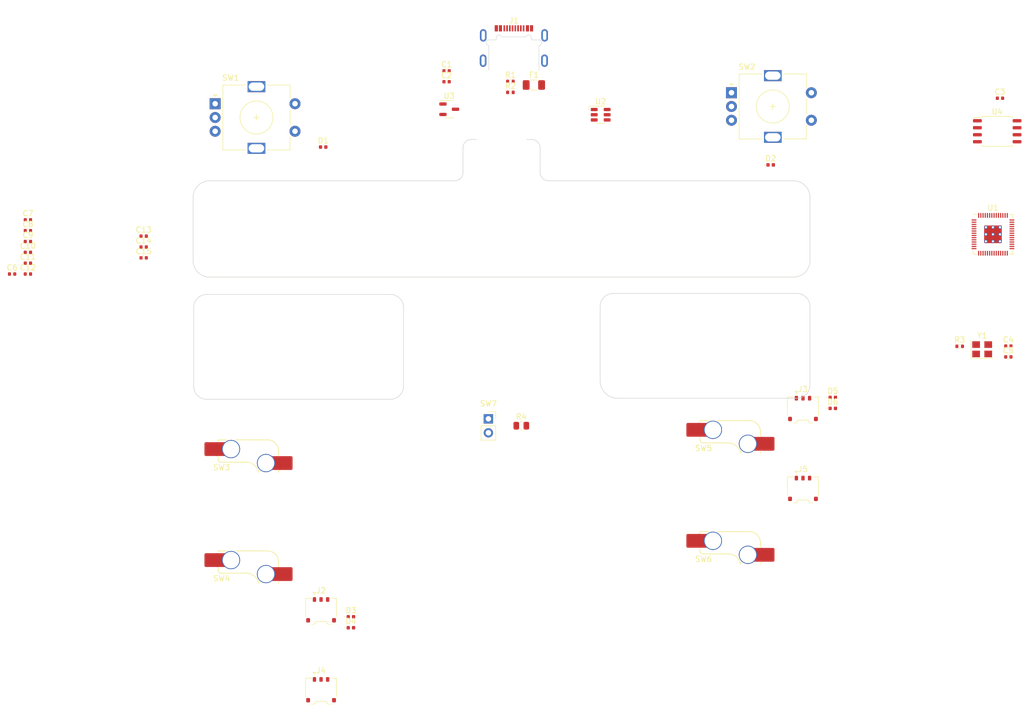
<source format=kicad_pcb>
(kicad_pcb (version 20221018) (generator pcbnew)
  (layers (0 "F.Cu" signal) (31 "B.Cu" signal) (34 "B.Paste" user) (35 "F.Paste" user) (36 "B.SilkS" user "B.Silkscreen") (37 "F.SilkS" user "F.Silkscreen") (38 "B.Mask" user) (39 "F.Mask" user) (44 "Edge.Cuts" user))
  (net 0 "")
  (net 1 "+5V")
  (net 2 "GND")
  (net 3 "+3.3V")
  (net 4 "Net-(U1-XTAL_IN)")
  (net 5 "Net-(C5-Pad2)")
  (net 6 "+1V1")
  (net 7 "/rsw1(0)")
  (net 8 "Net-(D1-A)")
  (net 9 "/rsw0(0)")
  (net 10 "Net-(D2-A)")
  (net 11 "Net-(D3-K)")
  (net 12 "Net-(D3-A)")
  (net 13 "Net-(D4-A)")
  (net 14 "Net-(D5-K)")
  (net 15 "Net-(D5-A)")
  (net 16 "Net-(D6-A)")
  (net 17 "VCC")
  (net 18 "Net-(J1-CC1)")
  (net 19 "/USB_D+")
  (net 20 "/USB_D-")
  (net 22 "Net-(J1-CC2)")
  (net 24 "/col0(0)")
  (net 25 "/col1(0)")
  (net 26 "/row0(0)")
  (net 27 "/row0(1)")
  (net 28 "/col1(1)")
  (net 29 "/col0(1)")
  (net 30 "Net-(J4-Pin_1)")
  (net 31 "Net-(J4-Pin_2)")
  (net 32 "Net-(J5-Pin_2)")
  (net 33 "Net-(U1-XTAL_OUT)")
  (net 34 "/reset")
  (net 35 "/rotA(1)")
  (net 36 "/rotB(1)")
  (net 37 "/rsw1(1)")
  (net 38 "/rotA(0)")
  (net 39 "/rotB(0)")
  (net 40 "/rsw0(1)")
  (net 59 "/SD3")
  (net 60 "/CLK")
  (net 61 "/SD0")
  (net 62 "/SD2")
  (net 63 "/SD1")
  (net 64 "/CS")
  (footprint "Connector_Molex:Molex_Pico-EZmate_78171-0003_1x03-1MP_P1.20mm_Vertical" (layer "F.Cu") (at 205.73 121.377106)
    (fp_text reference "J3" (at 0 -3.5) (layer "F.SilkS"))
    (fp_text value "Pico Ezmate")
    (pad "1" smd roundrect (at -1.2 -1.875) (size 0.6 0.85) (layers "F.Cu" "F.Paste" "F.Mask") (net 27 "/row0(1)"))
    (pad "2" smd roundrect (at 0 -1.875) (size 0.6 0.85) (layers "F.Cu" "F.Paste" "F.Mask") (net 28 "/col1(1)"))
    (pad "3" smd roundrect (at 1.2 -1.875) (size 0.6 0.85) (layers "F.Cu" "F.Paste" "F.Mask") (net 29 "/col0(1)"))
    (pad "MP" smd roundrect (at -2.35 1.9) (size 0.7 0.8) (layers "F.Cu" "F.Paste" "F.Mask"))
    (pad "MP" smd roundrect (at 2.35 1.9) (size 0.7 0.8) (layers "F.Cu" "F.Paste" "F.Mask"))
  )
  (footprint "Diode_SMD:D_0402_1005Metric" (layer "F.Cu") (at 123.645 159.22)
    (fp_text reference "D3" (at 0 -1.17) (layer "F.SilkS"))
    (fp_text value "D_Small")
    (pad "1" smd roundrect (at -0.485 0) (size 0.59 0.64) (layers "F.Cu" "F.Paste" "F.Mask") (net 11 "Net-(D3-K)"))
    (pad "2" smd roundrect (at 0.485 0) (size 0.59 0.64) (layers "F.Cu" "F.Paste" "F.Mask") (net 12 "Net-(D3-A)"))
  )
  (footprint "Resistor_SMD:R_0402_1005Metric" (layer "F.Cu") (at 152.61 61.945)
    (fp_text reference "R1" (at 0 -1.17) (layer "F.SilkS"))
    (fp_text value "5.1k")
    (pad "1" smd roundrect (at -0.51 0) (size 0.54 0.64) (layers "F.Cu" "F.Paste" "F.Mask") (net 2 "GND"))
    (pad "2" smd roundrect (at 0.51 0) (size 0.54 0.64) (layers "F.Cu" "F.Paste" "F.Mask") (net 18 "Net-(J1-CC1)"))
  )
  (footprint "marbastlib-mx:SW_MX_HS_1u" (layer "F.Cu") (at 191.92 130.33)
    (fp_text reference "SW5" (at -4.25 -1.75) (layer "F.SilkS"))
    (fp_text value "MX_SW_HS" hide)
    (pad "" np_thru_hole circle (at -5.08 0) (size 1.75 1.75) (drill 1.75) (layers "*.Cu" "*.Mask"))
    (pad "" np_thru_hole circle (at 0 0) (size 3.9878 3.9878) (drill 3.9878) (layers "*.Cu" "*.Mask"))
    (pad "" np_thru_hole circle (at 5.08 0) (size 1.75 1.75) (drill 1.75) (layers "*.Cu" "*.Mask"))
    (pad "1" thru_hole circle (at 3.81 -2.54) (size 3.3 3.3) (drill 3) (layers "*.Cu" "*.Mask") (net 15 "Net-(D5-A)"))
    (pad "1" smd rect (at 5.635 -2.54 180) (size 1.65 2.5) (layers "F.Cu") (net 15 "Net-(D5-A)"))
    (pad "1" smd roundrect (at 7.36 -2.54) (size 2.55 2.5) (layers "F.Cu" "F.Paste" "F.Mask") (roundrect_rratio 0.1) (net 15 "Net-(D5-A)"))
    (pad "2" smd roundrect (at -6.09 -5.08) (size 2.55 2.5) (layers "F.Cu" "F.Paste" "F.Mask") (roundrect_rratio 0.1) (net 15 "Net-(D5-A)"))
    (pad "2" smd rect (at -4.34 -5.08) (size 1.65 2.5) (layers "F.Cu") (net 15 "Net-(D5-A)"))
    (pad "2" thru_hole circle (at -2.54 -5.08) (size 3.3 3.3) (drill 3) (layers "*.Cu" "*.Mask") (net 15 "Net-(D5-A)"))
  )
  (footprint "Capacitor_SMD:C_0402_1005Metric" (layer "F.Cu") (at 65 94.97)
    (fp_text reference "C11" (at 0 -1.16) (layer "F.SilkS"))
    (fp_text value "0.1uF")
    (pad "1" smd roundrect (at -0.48 0) (size 0.56 0.62) (layers "F.Cu" "F.Paste" "F.Mask") (net 3 "+3.3V"))
    (pad "2" smd roundrect (at 0.48 0) (size 0.56 0.62) (layers "F.Cu" "F.Paste" "F.Mask") (net 2 "GND"))
  )
  (footprint "Connector_Molex:Molex_Pico-EZmate_78171-0003_1x03-1MP_P1.20mm_Vertical" (layer "F.Cu") (at 118.23 172.475659)
    (fp_text reference "J4" (at 0 -3.5) (layer "F.SilkS"))
    (fp_text value "Pico Ezmate")
    (pad "1" smd roundrect (at -1.2 -1.875) (size 0.6 0.85) (layers "F.Cu" "F.Paste" "F.Mask") (net 30 "Net-(J4-Pin_1)"))
    (pad "2" smd roundrect (at 0 -1.875) (size 0.6 0.85) (layers "F.Cu" "F.Paste" "F.Mask") (net 31 "Net-(J4-Pin_2)"))
    (pad "3" smd roundrect (at 1.2 -1.875) (size 0.6 0.85) (layers "F.Cu" "F.Paste" "F.Mask") (net 11 "Net-(D3-K)"))
    (pad "MP" smd roundrect (at -2.35 1.9) (size 0.7 0.8) (layers "F.Cu" "F.Paste" "F.Mask"))
    (pad "MP" smd roundrect (at 2.35 1.9) (size 0.7 0.8) (layers "F.Cu" "F.Paste" "F.Mask"))
  )
  (footprint "Capacitor_SMD:C_0402_1005Metric" (layer "F.Cu") (at 65 91.03)
    (fp_text reference "C9" (at 0 -1.16) (layer "F.SilkS"))
    (fp_text value "0.1uF")
    (pad "1" smd roundrect (at -0.48 0) (size 0.56 0.62) (layers "F.Cu" "F.Paste" "F.Mask") (net 3 "+3.3V"))
    (pad "2" smd roundrect (at 0.48 0) (size 0.56 0.62) (layers "F.Cu" "F.Paste" "F.Mask") (net 2 "GND"))
  )
  (footprint "Capacitor_SMD:C_0402_1005Metric" (layer "F.Cu") (at 62.13 96.94)
    (fp_text reference "C6" (at 0 -1.16) (layer "F.SilkS"))
    (fp_text value "0.1uF")
    (pad "1" smd roundrect (at -0.48 0) (size 0.56 0.62) (layers "F.Cu" "F.Paste" "F.Mask") (net 3 "+3.3V"))
    (pad "2" smd roundrect (at 0.48 0) (size 0.56 0.62) (layers "F.Cu" "F.Paste" "F.Mask") (net 2 "GND"))
  )
  (footprint "Rotary_Encoder:RotaryEncoder_Alps_EC11E-Switch_Vertical_H20mm" (layer "F.Cu") (at 99 66)
    (fp_text reference "SW1" (at 2.8 -4.7) (layer "F.SilkS"))
    (fp_text value "EC11E18244A5")
    (pad "A" thru_hole rect (at 0 0) (size 2 2) (drill 1) (layers "*.Cu" "*.Mask") (net 35 "/rotA(1)"))
    (pad "B" thru_hole circle (at 0 5) (size 2 2) (drill 1) (layers "*.Cu" "*.Mask") (net 36 "/rotB(1)"))
    (pad "C" thru_hole circle (at 0 2.5) (size 2 2) (drill 1) (layers "*.Cu" "*.Mask") (net 2 "GND"))
    (pad "MP" thru_hole rect (at 7.5 -3.1) (size 3.2 2) (drill oval 2.8 1.5) (layers "*.Cu" "*.Mask"))
    (pad "MP" thru_hole rect (at 7.5 8.1) (size 3.2 2) (drill oval 2.8 1.5) (layers "*.Cu" "*.Mask"))
    (pad "S1" thru_hole circle (at 14.5 5) (size 2 2) (drill 1) (layers "*.Cu" "*.Mask") (net 8 "Net-(D1-A)"))
    (pad "S2" thru_hole circle (at 14.5 0) (size 2 2) (drill 1) (layers "*.Cu" "*.Mask") (net 37 "/rsw1(1)"))
  )
  (footprint "Capacitor_SMD:C_0402_1005Metric" (layer "F.Cu") (at 65 89.06)
    (fp_text reference "C8" (at 0 -1.16) (layer "F.SilkS"))
    (fp_text value "0.1uF")
    (pad "1" smd roundrect (at -0.48 0) (size 0.56 0.62) (layers "F.Cu" "F.Paste" "F.Mask") (net 3 "+3.3V"))
    (pad "2" smd roundrect (at 0.48 0) (size 0.56 0.62) (layers "F.Cu" "F.Paste" "F.Mask") (net 2 "GND"))
  )
  (footprint "Rotary_Encoder:RotaryEncoder_Alps_EC11E-Switch_Vertical_H20mm" (layer "F.Cu") (at 192.75 64)
    (fp_text reference "SW2" (at 2.8 -4.7) (layer "F.SilkS"))
    (fp_text value "EC11E18244A5")
    (pad "A" thru_hole rect (at 0 0) (size 2 2) (drill 1) (layers "*.Cu" "*.Mask") (net 38 "/rotA(0)"))
    (pad "B" thru_hole circle (at 0 5) (size 2 2) (drill 1) (layers "*.Cu" "*.Mask") (net 39 "/rotB(0)"))
    (pad "C" thru_hole circle (at 0 2.5) (size 2 2) (drill 1) (layers "*.Cu" "*.Mask") (net 2 "GND"))
    (pad "MP" thru_hole rect (at 7.5 -3.1) (size 3.2 2) (drill oval 2.8 1.5) (layers "*.Cu" "*.Mask"))
    (pad "MP" thru_hole rect (at 7.5 8.1) (size 3.2 2) (drill oval 2.8 1.5) (layers "*.Cu" "*.Mask"))
    (pad "S1" thru_hole circle (at 14.5 5) (size 2 2) (drill 1) (layers "*.Cu" "*.Mask") (net 10 "Net-(D2-A)"))
    (pad "S2" thru_hole circle (at 14.5 0) (size 2 2) (drill 1) (layers "*.Cu" "*.Mask") (net 40 "/rsw0(1)"))
  )
  (footprint "Capacitor_SMD:C_0402_1005Metric" (layer "F.Cu") (at 141.02 62)
    (fp_text reference "C2" (at 0 -1.16) (layer "F.SilkS"))
    (fp_text value "14uF")
    (pad "1" smd roundrect (at -0.48 0) (size 0.56 0.62) (layers "F.Cu" "F.Paste" "F.Mask") (net 3 "+3.3V"))
    (pad "2" smd roundrect (at 0.48 0) (size 0.56 0.62) (layers "F.Cu" "F.Paste" "F.Mask") (net 2 "GND"))
  )
  (footprint "Capacitor_SMD:C_0402_1005Metric" (layer "F.Cu") (at 243.02 110.03)
    (fp_text reference "C4" (at 0 -1.16) (layer "F.SilkS"))
    (fp_text value "22pF")
    (pad "1" smd roundrect (at -0.48 0) (size 0.56 0.62) (layers "F.Cu" "F.Paste" "F.Mask") (net 2 "GND"))
    (pad "2" smd roundrect (at 0.48 0) (size 0.56 0.62) (layers "F.Cu" "F.Paste" "F.Mask") (net 4 "Net-(U1-XTAL_IN)"))
  )
  (footprint "Capacitor_SMD:C_0402_1005Metric" (layer "F.Cu") (at 86.02 90.06)
    (fp_text reference "C13" (at 0 -1.16) (layer "F.SilkS"))
    (fp_text value "0.1uF")
    (pad "1" smd roundrect (at -0.48 0) (size 0.56 0.62) (layers "F.Cu" "F.Paste" "F.Mask") (net 6 "+1V1"))
    (pad "2" smd roundrect (at 0.48 0) (size 0.56 0.62) (layers "F.Cu" "F.Paste" "F.Mask") (net 2 "GND"))
  )
  (footprint "Footprints:RP2040-QFN-56" (layer "F.Cu") (at 240.225 89.725)
    (fp_text reference "U1" (at 0 -4.82) (layer "F.SilkS"))
    (fp_text value "RP2040")
    (pad "1" smd roundrect (at -3.4375 -2.6) (size 0.875 0.2) (layers "F.Cu" "F.Paste" "F.Mask") (net 3 "+3.3V"))
    (pad "2" smd roundrect (at -3.4375 -2.2) (size 0.875 0.2) (layers "F.Cu" "F.Paste" "F.Mask") (net 24 "/col0(0)"))
    (pad "3" smd roundrect (at -3.4375 -1.8) (size 0.875 0.2) (layers "F.Cu" "F.Paste" "F.Mask") (net 25 "/col1(0)"))
    (pad "4" smd roundrect (at -3.4375 -1.4) (size 0.875 0.2) (layers "F.Cu" "F.Paste" "F.Mask") (net 26 "/row0(0)"))
    (pad "5" smd roundrect (at -3.4375 -1) (size 0.875 0.2) (layers "F.Cu" "F.Paste" "F.Mask") (net 29 "/col0(1)"))
    (pad "6" smd roundrect (at -3.4375 -0.6) (size 0.875 0.2) (layers "F.Cu" "F.Paste" "F.Mask") (net 28 "/col1(1)"))
    (pad "7" smd roundrect (at -3.4375 -0.2) (size 0.875 0.2) (layers "F.Cu" "F.Paste" "F.Mask") (net 27 "/row0(1)"))
    (pad "8" smd roundrect (at -3.4375 0.2) (size 0.875 0.2) (layers "F.Cu" "F.Paste" "F.Mask") (net 39 "/rotB(0)"))
    (pad "9" smd roundrect (at -3.4375 0.6) (size 0.875 0.2) (layers "F.Cu" "F.Paste" "F.Mask") (net 38 "/rotA(0)"))
    (pad "10" smd roundrect (at -3.4375 1) (size 0.875 0.2) (layers "F.Cu" "F.Paste" "F.Mask") (net 3 "+3.3V"))
    (pad "11" smd roundrect (at -3.4375 1.4) (size 0.875 0.2) (layers "F.Cu" "F.Paste" "F.Mask") (net 36 "/rotB(1)"))
    (pad "12" smd roundrect (at -3.4375 1.8) (size 0.875 0.2) (layers "F.Cu" "F.Paste" "F.Mask") (net 35 "/rotA(1)"))
    (pad "13" smd roundrect (at -3.4375 2.2) (size 0.875 0.2) (layers "F.Cu" "F.Paste" "F.Mask") (net 7 "/rsw1(0)"))
    (pad "14" smd roundrect (at -3.4375 2.6) (size 0.875 0.2) (layers "F.Cu" "F.Paste" "F.Mask") (net 9 "/rsw0(0)"))
    (pad "15" smd roundrect (at -2.6 3.4375) (size 0.2 0.875) (layers "F.Cu" "F.Paste" "F.Mask") (net 37 "/rsw1(1)"))
    (pad "16" smd roundrect (at -2.2 3.4375) (size 0.2 0.875) (layers "F.Cu" "F.Paste" "F.Mask") (net 40 "/rsw0(1)"))
    (pad "17" smd roundrect (at -1.8 3.4375) (size 0.2 0.875) (layers "F.Cu" "F.Paste" "F.Mask"))
    (pad "18" smd roundrect (at -1.4 3.4375) (size 0.2 0.875) (layers "F.Cu" "F.Paste" "F.Mask"))
    (pad "19" smd roundrect (at -1 3.4375) (size 0.2 0.875) (layers "F.Cu" "F.Paste" "F.Mask") (net 2 "GND"))
    (pad "20" smd roundrect (at -0.6 3.4375) (size 0.2 0.875) (layers "F.Cu" "F.Paste" "F.Mask") (net 4 "Net-(U1-XTAL_IN)"))
    (pad "21" smd roundrect (at -0.2 3.4375) (size 0.2 0.875) (layers "F.Cu" "F.Paste" "F.Mask") (net 33 "Net-(U1-XTAL_OUT)"))
    (pad "22" smd roundrect (at 0.2 3.4375) (size 0.2 0.875) (layers "F.Cu" "F.Paste" "F.Mask") (net 3 "+3.3V"))
    (pad "23" smd roundrect (at 0.6 3.4375) (size 0.2 0.875) (layers "F.Cu" "F.Paste" "F.Mask") (net 6 "+1V1"))
    (pad "24" smd roundrect (at 1 3.4375) (size 0.2 0.875) (layers "F.Cu" "F.Paste" "F.Mask"))
    (pad "25" smd roundrect (at 1.4 3.4375) (size 0.2 0.875) (layers "F.Cu" "F.Paste" "F.Mask"))
    (pad "26" smd roundrect (at 1.8 3.4375) (size 0.2 0.875) (layers "F.Cu" "F.Paste" "F.Mask") (net 34 "/reset"))
    (pad "27" smd roundrect (at 2.2 3.4375) (size 0.2 0.875) (layers "F.Cu" "F.Paste" "F.Mask"))
    (pad "28" smd roundrect (at 2.6 3.4375) (size 0.2 0.875) (layers "F.Cu" "F.Paste" "F.Mask"))
    (pad "29" smd roundrect (at 3.4375 2.6) (size 0.875 0.2) (layers "F.Cu" "F.Paste" "F.Mask"))
    (pad "30" smd roundrect (at 3.4375 2.2) (size 0.875 0.2) (layers "F.Cu" "F.Paste" "F.Mask"))
    (pad "31" smd roundrect (at 3.4375 1.8) (size 0.875 0.2) (layers "F.Cu" "F.Paste" "F.Mask"))
    (pad "32" smd roundrect (at 3.4375 1.4) (size 0.875 0.2) (layers "F.Cu" "F.Paste" "F.Mask"))
    (pad "33" smd roundrect (at 3.4375 1) (size 0.875 0.2) (layers "F.Cu" "F.Paste" "F.Mask") (net 3 "+3.3V"))
    (pad "34" smd roundrect (at 3.4375 0.6) (size 0.875 0.2) (layers "F.Cu" "F.Paste" "F.Mask"))
    (pad "35" smd roundrect (at 3.4375 0.2) (size 0.875 0.2) (layers "F.Cu" "F.Paste" "F.Mask"))
    (pad "36" smd roundrect (at 3.4375 -0.2) (size 0.875 0.2) (layers "F.Cu" "F.Paste" "F.Mask"))
    (pad "37" smd roundrect (at 3.4375 -0.6) (size 0.875 0.2) (layers "F.Cu" "F.Paste" "F.Mask"))
    (pad "38" smd roundrect (at 3.4375 -1) (size 0.875 0.2) (layers "F.Cu" "F.Paste" "F.Mask"))
    (pad "39" smd roundrect (at 3.4375 -1.4) (size 0.875 0.2) (layers "F.Cu" "F.Paste" "F.Mask"))
    (pad "40" smd roundrect (at 3.4375 -1.8) (size 0.875 0.2) (layers "F.Cu" "F.Paste" "F.Mask"))
    (pad "41" smd roundrect (at 3.4375 -2.2) (size 0.875 0.2) (layers "F.Cu" "F.Paste" "F.Mask"))
    (pad "42" smd roundrect (at 3.4375 -2.6) (size 0.875 0.2) (layers "F.Cu" "F.Paste" "F.Mask") (net 3 "+3.3V"))
    (pad "43" smd roundrect (at 2.6 -3.4375) (size 0.2 0.875) (layers "F.Cu" "F.Paste" "F.Mask") (net 3 "+3.3V"))
    (pad "44" smd roundrect (at 2.2 -3.4375) (size 0.2 0.875) (layers "F.Cu" "F.Paste" "F.Mask") (net 3 "+3.3V"))
    (pad "45" smd roundrect (at 1.8 -3.4375) (size 0.2 0.875) (layers "F.Cu" "F.Paste" "F.Mask") (net 6 "+1V1"))
    (pad "46" smd roundrect (at 1.4 -3.4375) (size 0.2 0.875) (layers "F.Cu" "F.Paste" "F.Mask") (net 20 "/USB_D-"))
    (pad "47" smd roundrect (at 1 -3.4375) (size 0.2 0.875) (layers "F.Cu" "F.Paste" "F.Mask") (net 19 "/USB_D+"))
    (pad "48" smd roundrect (at 0.6 -3.4375) (size 0.2 0.875) (layers "F.Cu" "F.Paste" "F.Mask") (net 3 "+3.3V"))
    (pad "49" smd roundrect (at 0.2 -3.4375) (size 0.2 0.875) (layers "F.Cu" "F.Paste" "F.Mask") (net 3 "+3.3V"))
    (pad "50" smd roundrect (at -0.2 -3.4375) (size 0.2 0.875) (layers "F.Cu" "F.Paste" "F.Mask") (net 6 "+1V1"))
    (pad "51" smd roundrect (at -0.6 -3.4375) (size 0.2 0.875) (layers "F.Cu" "F.Paste" "F.Mask") (net 59 "/SD3"))
    (pad "52" smd roundrect (at -1 -3.4375) (size 0.2 0.875) (layers "F.Cu" "F.Paste" "F.Mask") (net 60 "/CLK"))
    (pad "53" smd roundrect (at -1.4 -3.4375) (size 0.2 0.875) (layers "F.Cu" "F.Paste" "F.Mask") (net 61 "/SD0"))
    (pad "54" smd roundrect (at -1.8 -3.4375) (size 0.2 0.875) (layers "F.Cu" "F.Paste" "F.Mask") (net 62 "/SD2"))
    (pad "55" smd roundrect (at -2.2 -3.4375) (size 0.2 0.875) (layers "F.Cu" "F.Paste" "F.Mask") (net 63 "/SD1"))
    (pad "56" smd roundrect (at -2.6 -3.4375) (size 0.2 0.875) (layers "F.Cu" "F.Paste" "F.Mask") (net 64 "/CS"))
    (pad "57" thru_hole circle (at -1.275 -1.275) (size 0.6 0.6) (drill 0.35) (layers "*.Cu") (net 2 "GND"))
    (pad "57" thru_hole circle (at -1.275 0) (size 0.6 0.6) (drill 0.35) (layers "*.Cu") (net 2 "GND"))
    (pad "57" thru_hole circle (at -1.275 1.275) (size 0.6 0.6) (drill 0.35) (layers "*.Cu") (net 2 "GND"))
    (pad "57" thru_hole circle (at 0 -1.275) (size 0.6 0.6) (drill 0.35) (layers "*.Cu") (net 2 "GND"))
    (pad "57" thru_hole circle (at 0 0) (size 0.6 0.6) (drill 0.35) (layers "*.Cu") (net 2 "GND"))
    (pad "57" smd roundrect (at 0 0) (size 3.2 3.2) (layers "F.Cu" "F.Mask") (roundrect_rratio 0.045) (net 2 "GND"))
    (pad "57" thru_hole circle (at 0 1.275) (size 0.6 0.6) (drill 0.35) (layers "*.Cu") (net 2 "GND"))
    (pad "57" thru_hole circle (at 1.275 -1.275) (size 0.6 0.6) (drill 0.35) (layers "*.Cu") (net 2 "GND"))
    (pad "57" thru_hole circle (at 1.275 0) (size 0.6 0.6) (drill 0.35) (layers "*.Cu") (net 2 "GND"))
    (pad "57" thru_hole circle (at 1.275 1.275) (size 0.6 0.6) (drill 0.35) (layers "*.Cu") (net 2 "GND"))
  )
  (footprint "Capacitor_SMD:C_0402_1005Metric" (layer "F.Cu") (at 141.02 60.03)
    (fp_text reference "C1" (at 0 -1.16) (layer "F.SilkS"))
    (fp_text value "13uF")
    (pad "1" smd roundrect (at -0.48 0) (size 0.56 0.62) (layers "F.Cu" "F.Paste" "F.Mask") (net 1 "+5V"))
    (pad "2" smd roundrect (at 0.48 0) (size 0.56 0.62) (layers "F.Cu" "F.Paste" "F.Mask") (net 2 "GND"))
  )
  (footprint "marbastlib-various:SOT-23-6-routable" (layer "F.Cu") (at 169 68)
    (fp_text reference "U2" (at 0 -2.4) (layer "F.SilkS"))
    (fp_text value "SRV05-4")
    (pad "1" smd roundrect (at -1.175 -0.95) (size 1.25 0.6) (layers "F.Cu" "F.Paste" "F.Mask"))
    (pad "2" smd roundrect (at -1.175 0) (size 1.25 0.6) (layers "F.Cu" "F.Paste" "F.Mask") (net 2 "GND"))
    (pad "3" smd roundrect (at -1.175 0.95) (size 1.25 0.6) (layers "F.Cu" "F.Paste" "F.Mask") (net 19 "/USB_D+"))
    (pad "4" smd roundrect (at 1.175 0.95) (size 1.25 0.6) (layers "F.Cu" "F.Paste" "F.Mask") (net 20 "/USB_D-"))
    (pad "5" smd roundrect (at 1.175 0) (size 1.25 0.6) (layers "F.Cu" "F.Paste" "F.Mask") (net 17 "VCC"))
    (pad "6" smd roundrect (at 1.175 -0.95) (size 1.25 0.6) (layers "F.Cu" "F.Paste" "F.Mask"))
  )
  (footprint "Diode_SMD:D_0402_1005Metric" (layer "F.Cu") (at 211.145 121.35)
    (fp_text reference "D6" (at 0 -1.17) (layer "F.SilkS"))
    (fp_text value "D_Small")
    (pad "1" smd roundrect (at -0.485 0) (size 0.59 0.64) (layers "F.Cu" "F.Paste" "F.Mask") (net 14 "Net-(D5-K)"))
    (pad "2" smd roundrect (at 0.485 0) (size 0.59 0.64) (layers "F.Cu" "F.Paste" "F.Mask") (net 16 "Net-(D6-A)"))
  )
  (footprint "Capacitor_SMD:C_0402_1005Metric" (layer "F.Cu") (at 65 96.94)
    (fp_text reference "C12" (at 0 -1.16) (layer "F.SilkS"))
    (fp_text value "2.2uF")
    (pad "1" smd roundrect (at -0.48 0) (size 0.56 0.62) (layers "F.Cu" "F.Paste" "F.Mask") (net 3 "+3.3V"))
    (pad "2" smd roundrect (at 0.48 0) (size 0.56 0.62) (layers "F.Cu" "F.Paste" "F.Mask") (net 2 "GND"))
  )
  (footprint "marbastlib-mx:SW_MX_HS_1u" (layer "F.Cu") (at 191.92 150.5)
    (fp_text reference "SW6" (at -4.25 -1.75) (layer "F.SilkS"))
    (fp_text value "MX_SW_HS" hide)
    (pad "" np_thru_hole circle (at -5.08 0) (size 1.75 1.75) (drill 1.75) (layers "*.Cu" "*.Mask"))
    (pad "" np_thru_hole circle (at 0 0) (size 3.9878 3.9878) (drill 3.9878) (layers "*.Cu" "*.Mask"))
    (pad "" np_thru_hole circle (at 5.08 0) (size 1.75 1.75) (drill 1.75) (layers "*.Cu" "*.Mask"))
    (pad "1" thru_hole circle (at 3.81 -2.54) (size 3.3 3.3) (drill 3) (layers "*.Cu" "*.Mask") (net 16 "Net-(D6-A)"))
    (pad "1" smd rect (at 5.635 -2.54 180) (size 1.65 2.5) (layers "F.Cu") (net 16 "Net-(D6-A)"))
    (pad "1" smd roundrect (at 7.36 -2.54) (size 2.55 2.5) (layers "F.Cu" "F.Paste" "F.Mask") (roundrect_rratio 0.1) (net 16 "Net-(D6-A)"))
    (pad "2" smd roundrect (at -6.09 -5.08) (size 2.55 2.5) (layers "F.Cu" "F.Paste" "F.Mask") (roundrect_rratio 0.1) (net 32 "Net-(J5-Pin_2)"))
    (pad "2" smd rect (at -4.34 -5.08) (size 1.65 2.5) (layers "F.Cu") (net 32 "Net-(J5-Pin_2)"))
    (pad "2" thru_hole circle (at -2.54 -5.08) (size 3.3 3.3) (drill 3) (layers "*.Cu" "*.Mask") (net 32 "Net-(J5-Pin_2)"))
  )
  (footprint "Diode_SMD:D_0402_1005Metric" (layer "F.Cu") (at 118.615 73.87)
    (fp_text reference "D1" (at 0 -1.17) (layer "F.SilkS"))
    (fp_text value "D_Small")
    (pad "1" smd roundrect (at -0.485 0) (size 0.59 0.64) (layers "F.Cu" "F.Paste" "F.Mask") (net 7 "/rsw1(0)"))
    (pad "2" smd roundrect (at 0.485 0) (size 0.59 0.64) (layers "F.Cu" "F.Paste" "F.Mask") (net 8 "Net-(D1-A)"))
  )
  (footprint "Package_SO:SOIC-8_5.23x5.23mm_P1.27mm" (layer "F.Cu") (at 241 71)
    (fp_text reference "U4" (at 0 -3.56) (layer "F.SilkS"))
    (fp_text value "W25Q128JVS")
    (pad "1" smd roundrect (at -3.6 -1.905) (size 1.6 0.6) (layers "F.Cu" "F.Paste" "F.Mask") (net 64 "/CS"))
    (pad "2" smd roundrect (at -3.6 -0.635) (size 1.6 0.6) (layers "F.Cu" "F.Paste" "F.Mask") (net 63 "/SD1"))
    (pad "3" smd roundrect (at -3.6 0.635) (size 1.6 0.6) (layers "F.Cu" "F.Paste" "F.Mask") (net 62 "/SD2"))
    (pad "4" smd roundrect (at -3.6 1.905) (size 1.6 0.6) (layers "F.Cu" "F.Paste" "F.Mask") (net 2 "GND"))
    (pad "5" smd roundrect (at 3.6 1.905) (size 1.6 0.6) (layers "F.Cu" "F.Paste" "F.Mask") (net 61 "/SD0"))
    (pad "6" smd roundrect (at 3.6 0.635) (size 1.6 0.6) (layers "F.Cu" "F.Paste" "F.Mask") (net 60 "/CLK"))
    (pad "7" smd roundrect (at 3.6 -0.635) (size 1.6 0.6) (layers "F.Cu" "F.Paste" "F.Mask") (net 59 "/SD3"))
    (pad "8" smd roundrect (at 3.6 -1.905) (size 1.6 0.6) (layers "F.Cu" "F.Paste" "F.Mask") (net 3 "+3.3V"))
  )
  (footprint "Connector_PinSocket_2.54mm:PinSocket_1x02_P2.54mm_Vertical" (layer "F.Cu") (at 148.6125 123.25)
    (fp_text reference "SW7" (at 0 -2.77) (layer "F.SilkS"))
    (fp_text value "SW_Push")
    (pad "1" thru_hole rect (at 0 0) (size 1.7 1.7) (drill 1) (layers "*.Cu" "*.Mask") (net 34 "/reset"))
    (pad "2" thru_hole oval (at 0 2.54) (size 1.7 1.7) (drill 1) (layers "*.Cu" "*.Mask") (net 2 "GND"))
  )
  (footprint "Package_TO_SOT_SMD:SOT-23-3" (layer "F.Cu") (at 141.5 67)
    (fp_text reference "U3" (at 0 -2.4) (layer "F.SilkS"))
    (fp_text value "XC6206")
    (pad "1" smd roundrect (at -1.1375 -0.95) (size 1.325 0.6) (layers "F.Cu" "F.Paste" "F.Mask") (net 2 "GND"))
    (pad "2" smd roundrect (at -1.1375 0.95) (size 1.325 0.6) (layers "F.Cu" "F.Paste" "F.Mask") (net 3 "+3.3V"))
    (pad "3" smd roundrect (at 1.1375 0) (size 1.325 0.6) (layers "F.Cu" "F.Paste" "F.Mask") (net 1 "+5V"))
  )
  (footprint "Capacitor_SMD:C_0402_1005Metric" (layer "F.Cu") (at 243.02 112)
    (fp_text reference "C5" (at 0 -1.16) (layer "F.SilkS"))
    (fp_text value "22pF")
    (pad "1" smd roundrect (at -0.48 0) (size 0.56 0.62) (layers "F.Cu" "F.Paste" "F.Mask") (net 2 "GND"))
    (pad "2" smd roundrect (at 0.48 0) (size 0.56 0.62) (layers "F.Cu" "F.Paste" "F.Mask") (net 5 "Net-(C5-Pad2)"))
  )
  (footprint "marbastlib-mx:SW_MX_HS_1u" (layer "F.Cu") (at 104.42 154)
    (fp_text reference "SW4" (at -4.25 -1.75) (layer "F.SilkS"))
    (fp_text value "MX_SW_HS" hide)
    (pad "" np_thru_hole circle (at -5.08 0) (size 1.75 1.75) (drill 1.75) (layers "*.Cu" "*.Mask"))
    (pad "" np_thru_hole circle (at 0 0) (size 3.9878 3.9878) (drill 3.9878) (layers "*.Cu" "*.Mask"))
    (pad "" np_thru_hole circle (at 5.08 0) (size 1.75 1.75) (drill 1.75) (layers "*.Cu" "*.Mask"))
    (pad "1" thru_hole circle (at 3.81 -2.54) (size 3.3 3.3) (drill 3) (layers "*.Cu" "*.Mask") (net 13 "Net-(D4-A)"))
    (pad "1" smd rect (at 5.635 -2.54 180) (size 1.65 2.5) (layers "F.Cu") (net 13 "Net-(D4-A)"))
    (pad "1" smd roundrect (at 7.36 -2.54) (size 2.55 2.5) (layers "F.Cu" "F.Paste" "F.Mask") (roundrect_rratio 0.1) (net 13 "Net-(D4-A)"))
    (pad "2" smd roundrect (at -6.09 -5.08) (size 2.55 2.5) (layers "F.Cu" "F.Paste" "F.Mask") (roundrect_rratio 0.1) (net 30 "Net-(J4-Pin_1)"))
    (pad "2" smd rect (at -4.34 -5.08) (size 1.65 2.5) (layers "F.Cu") (net 30 "Net-(J4-Pin_1)"))
    (pad "2" thru_hole circle (at -2.54 -5.08) (size 3.3 3.3) (drill 3) (layers "*.Cu" "*.Mask") (net 30 "Net-(J4-Pin_1)"))
  )
  (footprint "Connector_Molex:Molex_Pico-EZmate_78171-0003_1x03-1MP_P1.20mm_Vertical" (layer "F.Cu") (at 205.73 135.894212)
    (fp_text reference "J5" (at 0 -3.5) (layer "F.SilkS"))
    (fp_text value "Pico Ezmate")
    (pad "1" smd roundrect (at -1.2 -1.875) (size 0.6 0.85) (layers "F.Cu" "F.Paste" "F.Mask") (net 14 "Net-(D5-K)"))
    (pad "2" smd roundrect (at 0 -1.875) (size 0.6 0.85) (layers "F.Cu" "F.Paste" "F.Mask") (net 32 "Net-(J5-Pin_2)"))
    (pad "3" smd roundrect (at 1.2 -1.875) (size 0.6 0.85) (layers "F.Cu" "F.Paste" "F.Mask") (net 15 "Net-(D5-A)"))
    (pad "MP" smd roundrect (at -2.35 1.9) (size 0.7 0.8) (layers "F.Cu" "F.Paste" "F.Mask"))
    (pad "MP" smd roundrect (at 2.35 1.9) (size 0.7 0.8) (layers "F.Cu" "F.Paste" "F.Mask"))
  )
  (footprint "marbastlib-various:USB_C_Receptacle_HRO_TYPE-C-31-M-14" (layer "F.Cu") (at 153.25 53.5)
    (fp_text reference "J1" (at 0 -2.6 180) (layer "F.SilkS"))
    (fp_text value "USB_C_Receptacle_USB2.0")
    (fp_line (start -4.554999 2.075821) (end -4.554999 6.435) (stroke (width 0.08)) (layer "Edge.Cuts"))
    (fp_line (start -3.404998 0.905) (end -4.554999 0.905) (stroke (width 0.08)) (layer "Edge.Cuts"))
    (fp_line (start -3.204999 0.505) (end -3.204999 0.705) (stroke (width 0.08)) (layer "Edge.Cuts"))
    (fp_line (start -0.004999 0.355) (end -2.098781 0.355) (stroke (width 0.08)) (layer "Edge.Cuts"))
    (fp_line (start -0.004999 0.355) (end 2.088783 0.355) (stroke (width 0.08)) (layer "Edge.Cuts"))
    (fp_line (start 3.195001 0.505) (end 3.195001 0.705) (stroke (width 0.08)) (layer "Edge.Cuts"))
    (fp_line (start 3.395 0.905) (end 4.545001 0.905) (stroke (width 0.08)) (layer "Edge.Cuts"))
    (fp_line (start 4.545001 2.075821) (end 4.545001 6.435) (stroke (width 0.08)) (layer "Edge.Cuts"))
    (fp_arc (start -4.697856 1.884157) (mid -5.04976 1.332815) (end -4.554999 0.905) (stroke (width 0.08)) (layer "Edge.Cuts"))
    (fp_arc (start -4.697856 1.884158) (mid -4.594642 1.956298) (end -4.554999 2.075821) (stroke (width 0.08)) (layer "Edge.Cuts"))
    (fp_arc (start -3.204999 0.505) (mid -2.834408 0.022037) (end -2.271986 0.255) (stroke (width 0.08)) (layer "Edge.Cuts"))
    (fp_arc (start -3.204998 0.705) (mid -3.263577 0.846421) (end -3.404998 0.905) (stroke (width 0.08)) (layer "Edge.Cuts"))
    (fp_arc (start -2.098781 0.355) (mid -2.198781 0.328205) (end -2.271986 0.255) (stroke (width 0.08)) (layer "Edge.Cuts"))
    (fp_arc (start 2.261988 0.255) (mid 2.188782 0.328199) (end 2.088783 0.355) (stroke (width 0.08)) (layer "Edge.Cuts"))
    (fp_arc (start 2.261988 0.255) (mid 2.82441 0.022038) (end 3.195001 0.505) (stroke (width 0.08)) (layer "Edge.Cuts"))
    (fp_arc (start 3.395 0.904999) (mid 3.253579 0.846421) (end 3.195001 0.705) (stroke (width 0.08)) (layer "Edge.Cuts"))
    (fp_arc (start 4.545001 0.904999) (mid 5.039763 1.332815) (end 4.687858 1.884158) (stroke (width 0.08)) (layer "Edge.Cuts"))
    (fp_arc (start 4.545001 2.075821) (mid 4.584636 1.956288) (end 4.687858 1.884158) (stroke (width 0.08)) (layer "Edge.Cuts"))
    (pad "" np_thru_hole circle (at -3.75 0) (size 0.65 0.65) (drill 0.65) (layers "*.Cu" "*.Mask"))
    (pad "" np_thru_hole circle (at 3.75 0) (size 0.65 0.65) (drill 0.65) (layers "*.Cu" "*.Mask"))
    (pad "A1" smd rect (at -3.2 -1.2 180) (size 0.54 1.1) (layers "F.Cu" "F.Paste" "F.Mask") (net 2 "GND"))
    (pad "A4" smd rect (at -2.45 -1.2 180) (size 0.54 1.1) (layers "F.Cu" "F.Paste" "F.Mask") (net 17 "VCC"))
    (pad "A5" smd rect (at -1.25 -1.2 180) (size 0.3 1.1) (layers "F.Cu" "F.Paste" "F.Mask") (net 18 "Net-(J1-CC1)"))
    (pad "A6" smd rect (at -0.25 -1.2 180) (size 0.3 1.1) (layers "F.Cu" "F.Paste" "F.Mask") (net 19 "/USB_D+"))
    (pad "A7" smd rect (at 0.25 -1.2 180) (size 0.3 1.1) (layers "F.Cu" "F.Paste" "F.Mask") (net 20 "/USB_D-"))
    (pad "A8" smd rect (at 1.25 -1.2 180) (size 0.3 1.1) (layers "F.Cu" "F.Paste" "F.Mask"))
    (pad "A9" smd rect (at 2.45 -1.2 180) (size 0.54 1.1) (layers "F.Cu" "F.Paste" "F.Mask") (net 17 "VCC"))
    (pad "A12" smd rect (at 3.2 -1.2 180) (size 0.54 1.1) (layers "F.Cu" "F.Paste" "F.Mask") (net 2 "GND"))
    (pad "B1" smd rect (at 3.2 -1.2 180) (size 0.54 1.1) (layers "F.Cu" "F.Paste" "F.Mask") (net 2 "GND"))
    (pad "B4" smd rect (at 2.45 -1.2 180) (size 0.54 1.1) (layers "F.Cu" "F.Paste" "F.Mask") (net 17 "VCC"))
    (pad "B5" smd rect (at 1.75 -1.2 180) (size 0.3 1.1) (layers "F.Cu" "F.Paste" "F.Mask") (net 22 "Net-(J1-CC2)"))
    (pad "B6" smd rect (at 0.75 -1.2 180) (size 0.3 1.1) (layers "F.Cu" "F.Paste" "F.Mask") (net 19 "/USB_D+"))
    (pad "B7" smd rect (at -0.75 -1.2 180) (size 0.3 1.1) (layers "F.Cu" "F.Paste" "F.Mask") (net 20 "/USB_D-"))
    (pad "B8" smd rect (at -1.75 -1.2 180) (size 0.3 1.1) (layers "F.Cu" "F.Paste" "F.Mask"))
    (pad "B9" smd rect (at -2.45 -1.2 180) (size 0.54 1.1) (layers "F.Cu" "F.Paste" "F.Mask") (net 17 "VCC"))
    (pad "B12" smd rect (at -3.2 -1.2 180) (size 0.54 1.1) (layers "F.Cu" "F.Paste" "F.Mask") (net 2 "GND"))
    (pad "S1" thru_hole oval (at -5.595 4.68 180) (size 1.2 2.25) (drill oval 0.6 1.65) (layers "*.Cu" "*.Mask") (net 2 "GND"))
    (pad "S1" thru_hole oval (at -5.575 0.08 180) (size 1.2 2.25) (drill oval 0.6 1.65) (layers "*.Cu" "*.Mask") (net 2 "GND"))
    (pad "S1" thru_hole oval (at 5.555 4.68 180) (size 1.2 2.25) (drill oval 0.6 1.65) (layers "*.Cu" "*.Mask") (net 2 "GND"))
    (pad "S1" thru_hole oval (at 5.575 0.08 180) (size 1.2 2.25) (drill oval 0.6 1.65) (layers "*.Cu" "*.Mask") (net 2 "GND"))
  )
  (footprint "Capacitor_SMD:C_0402_1005Metric" (layer "F.Cu") (at 241.5 65)
    (fp_text reference "C3" (at 0 -1.16) (layer "F.SilkS"))
    (fp_text value "100nF")
    (pad "1" smd roundrect (at -0.48 0) (size 0.56 0.62) (layers "F.Cu" "F.Paste" "F.Mask") (net 3 "+3.3V"))
    (pad "2" smd roundrect (at 0.48 0) (size 0.56 0.62) (layers "F.Cu" "F.Paste" "F.Mask") (net 2 "GND"))
  )
  (footprint "Resistor_SMD:R_0402_1005Metric" (layer "F.Cu") (at 234.185 110.075)
    (fp_text reference "R3" (at 0 -1.17) (layer "F.SilkS"))
    (fp_text value "1k")
    (pad "1" smd roundrect (at -0.51 0) (size 0.54 0.64) (layers "F.Cu" "F.Paste" "F.Mask") (net 2 "GND"))
    (pad "2" smd roundrect (at 0.51 0) (size 0.54 0.64) (layers "F.Cu" "F.Paste" "F.Mask") (net 33 "Net-(U1-XTAL_OUT)"))
  )
  (footprint "Diode_SMD:D_0402_1005Metric" (layer "F.Cu") (at 199.865 77.11)
    (fp_text reference "D2" (at 0 -1.17) (layer "F.SilkS"))
    (fp_text value "D_Small")
    (pad "1" smd roundrect (at -0.485 0) (size 0.59 0.64) (layers "F.Cu" "F.Paste" "F.Mask") (net 9 "/rsw0(0)"))
    (pad "2" smd roundrect (at 0.485 0) (size 0.59 0.64) (layers "F.Cu" "F.Paste" "F.Mask") (net 10 "Net-(D2-A)"))
  )
  (footprint "Capacitor_SMD:C_0402_1005Metric" (layer "F.Cu") (at 86.02 92.03)
    (fp_text reference "C14" (at 0 -1.16) (layer "F.SilkS"))
    (fp_text value "0.1uF")
    (pad "1" smd roundrect (at -0.48 0) (size 0.56 0.62) (layers "F.Cu" "F.Paste" "F.Mask") (net 6 "+1V1"))
    (pad "2" smd roundrect (at 0.48 0) (size 0.56 0.62) (layers "F.Cu" "F.Paste" "F.Mask") (net 2 "GND"))
  )
  (footprint "Capacitor_SMD:C_0402_1005Metric" (layer "F.Cu") (at 65 93)
    (fp_text reference "C10" (at 0 -1.16) (layer "F.SilkS"))
    (fp_text value "0.1uF")
    (pad "1" smd roundrect (at -0.48 0) (size 0.56 0.62) (layers "F.Cu" "F.Paste" "F.Mask") (net 3 "+3.3V"))
    (pad "2" smd roundrect (at 0.48 0) (size 0.56 0.62) (layers "F.Cu" "F.Paste" "F.Mask") (net 2 "GND"))
  )
  (footprint "Fuse:Fuse_1206_3216Metric" (layer "F.Cu") (at 156.87 62.595)
    (fp_text reference "F1" (at 0 -1.82) (layer "F.SilkS"))
    (fp_text value "500mA")
    (pad "1" smd roundrect (at -1.4 0) (size 1.25 1.75) (layers "F.Cu" "F.Paste" "F.Mask") (roundrect_rratio 0.2) (net 17 "VCC"))
    (pad "2" smd roundrect (at 1.4 0) (size 1.25 1.75) (layers "F.Cu" "F.Paste" "F.Mask") (roundrect_rratio 0.2) (net 1 "+5V"))
  )
  (footprint "Diode_SMD:D_0402_1005Metric" (layer "F.Cu") (at 211.145 119.36)
    (fp_text reference "D5" (at 0 -1.17) (layer "F.SilkS"))
    (fp_text value "D_Small")
    (pad "1" smd roundrect (at -0.485 0) (size 0.59 0.64) (layers "F.Cu" "F.Paste" "F.Mask") (net 14 "Net-(D5-K)"))
    (pad "2" smd roundrect (at 0.485 0) (size 0.59 0.64) (layers "F.Cu" "F.Paste" "F.Mask") (net 15 "Net-(D5-A)"))
  )
  (footprint "Capacitor_SMD:C_0402_1005Metric" (layer "F.Cu") (at 65 87.09)
    (fp_text reference "C7" (at 0 -1.16) (layer "F.SilkS"))
    (fp_text value "0.1uF")
    (pad "1" smd roundrect (at -0.48 0) (size 0.56 0.62) (layers "F.Cu" "F.Paste" "F.Mask") (net 3 "+3.3V"))
    (pad "2" smd roundrect (at 0.48 0) (size 0.56 0.62) (layers "F.Cu" "F.Paste" "F.Mask") (net 2 "GND"))
  )
  (footprint "Crystal:Crystal_SMD_3225-4Pin_3.2x2.5mm" (layer "F.Cu") (at 238.265 110.615)
    (fp_text reference "Y1" (at 0 -2.45) (layer "F.SilkS"))
    (fp_text value "12MHz")
    (pad "1" smd rect (at -1.1 0.85) (size 1.4 1.2) (layers "F.Cu" "F.Paste" "F.Mask") (net 5 "Net-(C5-Pad2)"))
    (pad "2" smd rect (at 1.1 0.85) (size 1.4 1.2) (layers "F.Cu" "F.Paste" "F.Mask") (net 2 "GND"))
    (pad "3" smd rect (at 1.1 -0.85) (size 1.4 1.2) (layers "F.Cu" "F.Paste" "F.Mask") (net 4 "Net-(U1-XTAL_IN)"))
    (pad "4" smd rect (at -1.1 -0.85) (size 1.4 1.2) (layers "F.Cu" "F.Paste" "F.Mask") (net 2 "GND"))
  )
  (footprint "Connector_Molex:Molex_Pico-EZmate_78171-0003_1x03-1MP_P1.20mm_Vertical" (layer "F.Cu") (at 118.23 157.958553)
    (fp_text reference "J2" (at 0 -3.5) (layer "F.SilkS"))
    (fp_text value "Pico Ezmate")
    (pad "1" smd roundrect (at -1.2 -1.875) (size 0.6 0.85) (layers "F.Cu" "F.Paste" "F.Mask") (net 24 "/col0(0)"))
    (pad "2" smd roundrect (at 0 -1.875) (size 0.6 0.85) (layers "F.Cu" "F.Paste" "F.Mask") (net 25 "/col1(0)"))
    (pad "3" smd roundrect (at 1.2 -1.875) (size 0.6 0.85) (layers "F.Cu" "F.Paste" "F.Mask") (net 26 "/row0(0)"))
    (pad "MP" smd roundrect (at -2.35 1.9) (size 0.7 0.8) (layers "F.Cu" "F.Paste" "F.Mask"))
    (pad "MP" smd roundrect (at 2.35 1.9) (size 0.7 0.8) (layers "F.Cu" "F.Paste" "F.Mask"))
  )
  (footprint "Resistor_SMD:R_0805_2012Metric" (layer "F.Cu") (at 154.5875 124.5)
    (fp_text reference "R4" (at 0 -1.65) (layer "F.SilkS"))
    (fp_text value "10k")
    (pad "1" smd roundrect (at -0.9125 0) (size 1.025 1.4) (layers "F.Cu" "F.Paste" "F.Mask") (roundrect_rratio 0.243902) (net 3 "+3.3V"))
    (pad "2" smd roundrect (at 0.9125 0) (size 1.025 1.4) (layers "F.Cu" "F.Paste" "F.Mask") (roundrect_rratio 0.243902) (net 34 "/reset"))
  )
  (footprint "Capacitor_SMD:C_0402_1005Metric" (layer "F.Cu") (at 86.02 94)
    (fp_text reference "C15" (at 0 -1.16) (layer "F.SilkS"))
    (fp_text value "2.2uF")
    (pad "1" smd roundrect (at -0.48 0) (size 0.56 0.62) (layers "F.Cu" "F.Paste" "F.Mask") (net 6 "+1V1"))
    (pad "2" smd roundrect (at 0.48 0) (size 0.56 0.62) (layers "F.Cu" "F.Paste" "F.Mask") (net 2 "GND"))
  )
  (footprint "Resistor_SMD:R_0402_1005Metric" (layer "F.Cu") (at 152.61 63.935)
    (fp_text reference "R2" (at 0 -1.17) (layer "F.SilkS"))
    (fp_text value "5.1k")
    (pad "1" smd roundrect (at -0.51 0) (size 0.54 0.64) (layers "F.Cu" "F.Paste" "F.Mask") (net 22 "Net-(J1-CC2)"))
    (pad "2" smd roundrect (at 0.51 0) (size 0.54 0.64) (layers "F.Cu" "F.Paste" "F.Mask") (net 2 "GND"))
  )
  (footprint "Diode_SMD:D_0402_1005Metric" (layer "F.Cu") (at 123.645 161.21)
    (fp_text reference "D4" (at 0 -1.17) (layer "F.SilkS"))
    (fp_text value "D_Small")
    (pad "1" smd roundrect (at -0.485 0) (size 0.59 0.64) (layers "F.Cu" "F.Paste" "F.Mask") (net 11 "Net-(D3-K)"))
    (pad "2" smd roundrect (at 0.485 0) (size 0.59 0.64) (layers "F.Cu" "F.Paste" "F.Mask") (net 13 "Net-(D4-A)"))
  )
  (footprint "marbastlib-mx:SW_MX_HS_1u" (layer "F.Cu") (at 104.42 133.83)
    (fp_text reference "SW3" (at -4.25 -1.75) (layer "F.SilkS"))
    (fp_text value "MX_SW_HS" hide)
    (pad "" np_thru_hole circle (at -5.08 0) (size 1.75 1.75) (drill 1.75) (layers "*.Cu" "*.Mask"))
    (pad "" np_thru_hole circle (at 0 0) (size 3.9878 3.9878) (drill 3.9878) (layers "*.Cu" "*.Mask"))
    (pad "" np_thru_hole circle (at 5.08 0) (size 1.75 1.75) (drill 1.75) (layers "*.Cu" "*.Mask"))
    (pad "1" thru_hole circle (at 3.81 -2.54) (size 3.3 3.3) (drill 3) (layers "*.Cu" "*.Mask") (net 12 "Net-(D3-A)"))
    (pad "1" smd rect (at 5.635 -2.54 180) (size 1.65 2.5) (layers "F.Cu") (net 12 "Net-(D3-A)"))
    (pad "1" smd roundrect (at 7.36 -2.54) (size 2.55 2.5) (layers "F.Cu" "F.Paste" "F.Mask") (roundrect_rratio 0.1) (net 12 "Net-(D3-A)"))
    (pad "2" smd roundrect (at -6.09 -5.08) (size 2.55 2.5) (layers "F.Cu" "F.Paste" "F.Mask") (roundrect_rratio 0.1) (net 31 "Net-(J4-Pin_2)"))
    (pad "2" smd rect (at -4.34 -5.08) (size 1.65 2.5) (layers "F.Cu") (net 31 "Net-(J4-Pin_2)"))
    (pad "2" thru_hole circle (at -2.54 -5.08) (size 3.3 3.3) (drill 3) (layers "*.Cu" "*.Mask") (net 31 "Net-(J4-Pin_2)"))
  )
  (gr_line (start 158 74) (end 158 78.5) (stroke (width 0.1)) (layer "Edge.Cuts"))
  (gr_arc (start 144 74) (mid 144.43934 72.93934) (end 145.5 72.5) (stroke (width 0.1)) (layer "Edge.Cuts"))
  (gr_line (start 207 102.8515) (end 207 117.139) (stroke (width 0.1)) (layer "Edge.Cuts"))
  (gr_line (start 145.5 72.5) (end 146.454999 72.5) (stroke (width 0.1)) (layer "Edge.Cuts"))
  (gr_arc (start 207 117.139) (mid 206.30256 118.82281) (end 204.61875 119.52025) (stroke (width 0.1)) (layer "Edge.Cuts"))
  (gr_arc (start 172.075 119.52025) (mid 169.829974 118.590276) (end 168.9 116.34525) (stroke (width 0.1)) (layer "Edge.Cuts"))
  (gr_arc (start 144 78.5) (mid 143.56066 79.56066) (end 142.5 80) (stroke (width 0.1)) (layer "Edge.Cuts"))
  (gr_line (start 144 74) (end 144 78.5) (stroke (width 0.1)) (layer "Edge.Cuts"))
  (gr_line (start 159.5 80) (end 204 80) (stroke (width 0.1)) (layer "Edge.Cuts"))
  (gr_arc (start 156.5 72.5) (mid 157.56066 72.93934) (end 158 74) (stroke (width 0.1)) (layer "Edge.Cuts"))
  (gr_line (start 207 94.5) (end 207 83) (stroke (width 0.1)) (layer "Edge.Cuts"))
  (gr_line (start 130.816205 119.69747) (end 97.478705 119.69747) (stroke (width 0.1)) (layer "Edge.Cuts"))
  (gr_arc (start 98 97.5) (mid 95.87868 96.62132) (end 95 94.5) (stroke (width 0.1)) (layer "Edge.Cuts"))
  (gr_line (start 98 80) (end 142.5 80) (stroke (width 0.1)) (layer "Edge.Cuts"))
  (gr_arc (start 159.5 80) (mid 158.43934 79.56066) (end 158 78.5) (stroke (width 0.1)) (layer "Edge.Cuts"))
  (gr_arc (start 130.816205 100.64747) (mid 132.499997 101.344928) (end 133.197455 103.02872) (stroke (width 0.1)) (layer "Edge.Cuts"))
  (gr_arc (start 133.197455 117.31622) (mid 132.499994 119.000009) (end 130.816205 119.69747) (stroke (width 0.1)) (layer "Edge.Cuts"))
  (gr_arc (start 204.61875 100.47025) (mid 206.302551 101.167714) (end 207 102.8515) (stroke (width 0.1)) (layer "Edge.Cuts"))
  (gr_line (start 97.478705 100.64747) (end 130.816205 100.64747) (stroke (width 0.1)) (layer "Edge.Cuts"))
  (gr_arc (start 207 94.5) (mid 206.12132 96.62132) (end 204 97.5) (stroke (width 0.1)) (layer "Edge.Cuts"))
  (gr_line (start 204 97.5) (end 98 97.5) (stroke (width 0.1)) (layer "Edge.Cuts"))
  (gr_line (start 156.5 72.5) (end 155.554999 72.5) (stroke (width 0.1)) (layer "Edge.Cuts"))
  (gr_line (start 168.9 116.34525) (end 168.9 102.8515) (stroke (width 0.1)) (layer "Edge.Cuts"))
  (gr_line (start 133.197455 103.02872) (end 133.197455 117.31622) (stroke (width 0.1)) (layer "Edge.Cuts"))
  (gr_arc (start 95.097455 103.02872) (mid 95.794948 101.344963) (end 97.478705 100.64747) (stroke (width 0.1)) (layer "Edge.Cuts"))
  (gr_arc (start 97.478705 119.69747) (mid 95.794901 119.000024) (end 95.097455 117.31622) (stroke (width 0.1)) (layer "Edge.Cuts"))
  (gr_line (start 95.097455 117.31622) (end 95.097455 103.02872) (stroke (width 0.1)) (layer "Edge.Cuts"))
  (gr_line (start 204.61875 119.52025) (end 172.075 119.52025) (stroke (width 0.1)) (layer "Edge.Cuts"))
  (gr_line (start 171.28125 100.47025) (end 204.61875 100.47025) (stroke (width 0.1)) (layer "Edge.Cuts"))
  (gr_line (start 95 94.5) (end 95 83) (stroke (width 0.1)) (layer "Edge.Cuts"))
  (gr_arc (start 168.9 102.8515) (mid 169.59744 101.16769) (end 171.28125 100.47025) (stroke (width 0.1)) (layer "Edge.Cuts"))
  (gr_arc (start 95 83) (mid 95.87868 80.87868) (end 98 80) (stroke (width 0.1)) (layer "Edge.Cuts"))
  (gr_arc (start 204 80) (mid 206.12132 80.87868) (end 207 83) (stroke (width 0.1)) (layer "Edge.Cuts"))
)
</source>
